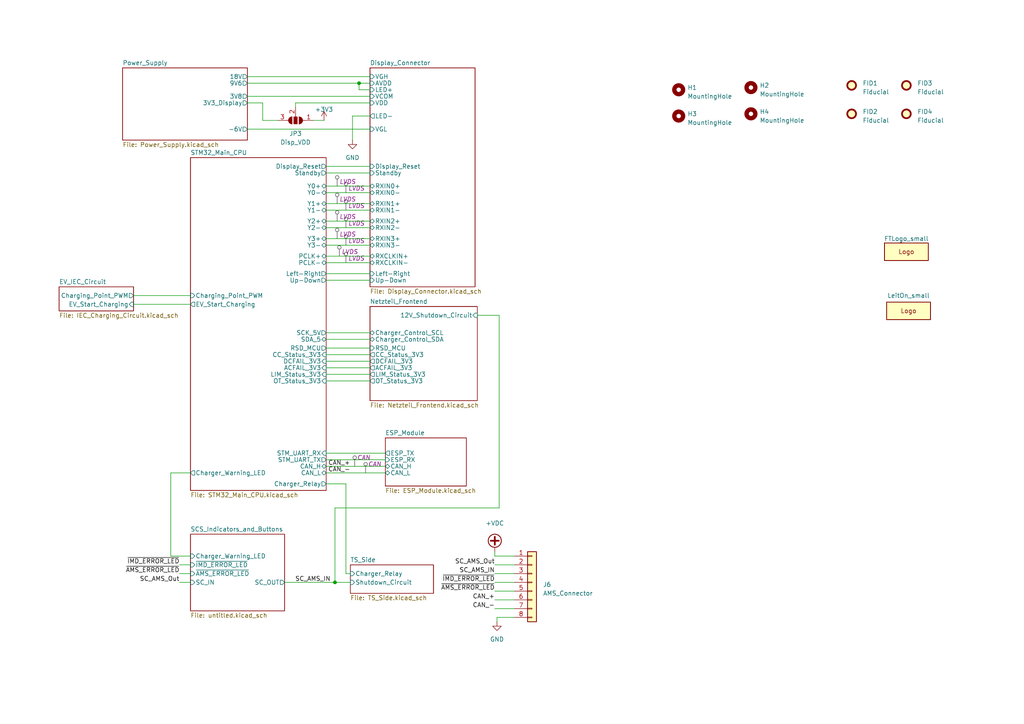
<source format=kicad_sch>
(kicad_sch (version 20231120) (generator "eeschema") (generator_version "8.0")
  (paper "A4")
  (lib_symbols
    (symbol "Connector_Generic:Conn_01x08" (pin_names (offset 1.016) hide)
      (property "Reference" "J" (at 0 10.16 0))
      (property "Value" "Conn_01x08" (at 0 -12.7 0))
      (symbol "Conn_01x08_1_1"
        (rectangle (start -1.27 -10.033) (end 0 -10.287) (stroke (width 0.1524)))
        (rectangle (start -1.27 -7.493) (end 0 -7.747) (stroke (width 0.1524)))
        (rectangle (start -1.27 -4.953) (end 0 -5.207) (stroke (width 0.1524)))
        (rectangle (start -1.27 -2.413) (end 0 -2.667) (stroke (width 0.1524)))
        (rectangle (start -1.27 0.127) (end 0 -0.127) (stroke (width 0.1524)))
        (rectangle (start -1.27 2.667) (end 0 2.413) (stroke (width 0.1524)))
        (rectangle (start -1.27 5.207) (end 0 4.953) (stroke (width 0.1524)))
        (rectangle (start -1.27 7.747) (end 0 7.493) (stroke (width 0.1524)))
        (rectangle (start -1.27 8.89) (end 1.27 -11.43) (stroke (width 0.254)) (fill (type background)))
        (pin passive line (at -5.08 7.62 0) (length 3.81) (name "Pin_1") (number "1"))
        (pin passive line (at -5.08 5.08 0) (length 3.81) (name "Pin_2") (number "2"))
        (pin passive line (at -5.08 2.54 0) (length 3.81) (name "Pin_3") (number "3"))
        (pin passive line (at -5.08 0 0) (length 3.81) (name "Pin_4") (number "4"))
        (pin passive line (at -5.08 -2.54 0) (length 3.81) (name "Pin_5") (number "5"))
        (pin passive line (at -5.08 -5.08 0) (length 3.81) (name "Pin_6") (number "6"))
        (pin passive line (at -5.08 -7.62 0) (length 3.81) (name "Pin_7") (number "7"))
        (pin passive line (at -5.08 -10.16 0) (length 3.81) (name "Pin_8") (number "8"))
      )
    )
    (symbol "FaSTTUBe_logos:FTLogo_small"
      (property "Value" "FTLogo_small" (at 0 -3.81 0))
      (symbol "FTLogo_small_0_0"
        (text "Logo" (at 0 0 0) (effects (font (size 1.27 1.27))))
      )
      (symbol "FTLogo_small_0_1"
        (rectangle (start -6.35 2.54) (end 6.35 -2.54) (stroke (width 0.254)) (fill (type background)))
      )
    )
    (symbol "FaSTTUBe_logos:LeitOn_small"
      (property "Value" "LeitOn_small" (at 0 -3.81 0))
      (symbol "LeitOn_small_0_0"
        (text "Logo" (at 0 0 0) (effects (font (size 1.27 1.27))))
      )
      (symbol "LeitOn_small_0_1"
        (rectangle (start -6.35 2.54) (end 6.35 -2.54) (stroke (width 0.254)) (fill (type background)))
      )
    )
    (symbol "Jumper:SolderJumper_3_Open" (pin_names (offset 0) hide)
      (property "Reference" "JP" (at -2.54 -2.54 0))
      (property "Value" "SolderJumper_3_Open" (at 0 2.794 0))
      (symbol "SolderJumper_3_Open_0_1"
        (arc (start -1.016 1.016) (mid -2.0276 0) (end -1.016 -1.016))
        (arc (start -1.016 1.016) (mid -2.0276 0) (end -1.016 -1.016) (fill (type outline)))
        (rectangle (start -0.508 1.016) (end 0.508 -1.016) (fill (type outline)))
        (polyline (pts (xy -2.54 0) (xy -2.032 0)))
        (polyline (pts (xy -1.016 1.016) (xy -1.016 -1.016)))
        (polyline (pts (xy 0 -1.27) (xy 0 -1.016)))
        (polyline (pts (xy 1.016 1.016) (xy 1.016 -1.016)))
        (polyline (pts (xy 2.54 0) (xy 2.032 0)))
        (arc (start 1.016 -1.016) (mid 2.0276 0) (end 1.016 1.016))
        (arc (start 1.016 -1.016) (mid 2.0276 0) (end 1.016 1.016) (fill (type outline)))
      )
      (symbol "SolderJumper_3_Open_1_1"
        (pin passive line (at -5.08 0 0) (length 2.54) (name "A") (number "1"))
        (pin passive line (at 0 -3.81 90) (length 2.54) (name "C") (number "2"))
        (pin passive line (at 5.08 0 180) (length 2.54) (name "B") (number "3"))
      )
    )
    (symbol "Mechanical:Fiducial"
      (property "Reference" "FID" (at 0 5.08 0))
      (property "Value" "Fiducial" (at 0 3.175 0))
      (symbol "Fiducial_0_1"
        (circle (center 0 0) (radius 1.27) (stroke (width 0.508)) (fill (type background)))
      )
    )
    (symbol "Mechanical:MountingHole" (pin_names (offset 1.016))
      (property "Reference" "H" (at 0 5.08 0))
      (property "Value" "MountingHole" (at 0 3.175 0))
      (symbol "MountingHole_0_1"
        (circle (center 0 0) (radius 1.27) (stroke (width 1.27)))
      )
    )
    (symbol "power:+3V3" (power) (pin_names (offset 0))
      (property "Value" "+3V3" (at 0 3.556 0))
      (symbol "+3V3_0_1"
        (polyline (pts (xy -0.762 1.27) (xy 0 2.54)))
        (polyline (pts (xy 0 0) (xy 0 2.54)))
        (polyline (pts (xy 0 2.54) (xy 0.762 1.27)))
      )
      (symbol "+3V3_1_1"
        (pin power_in line (at 0 0 90) (length 0) hide (name "+3V3") (number "1"))
      )
    )
    (symbol "power:+VDC" (power) (pin_names (offset 0))
      (property "Value" "+VDC" (at 0 6.35 0))
      (symbol "+VDC_0_1"
        (polyline (pts (xy -1.143 3.175) (xy 1.143 3.175)) (stroke (width 0.508)))
        (polyline (pts (xy 0 0) (xy 0 1.27)))
        (polyline (pts (xy 0 2.032) (xy 0 4.318)) (stroke (width 0.508)))
        (circle (center 0 3.175) (radius 1.905) (stroke (width 0.254)))
      )
      (symbol "+VDC_1_1"
        (pin power_in line (at 0 0 90) (length 0) hide (name "+VDC") (number "1"))
      )
    )
    (symbol "power:GND" (power) (pin_names (offset 0))
      (property "Value" "GND" (at 0 -3.81 0))
      (symbol "GND_0_1"
        (polyline (pts (xy 0 0) (xy 0 -1.27) (xy 1.27 -1.27) (xy 0 -2.54) (xy -1.27 -1.27) (xy 0 -1.27)))
      )
      (symbol "GND_1_1"
        (pin power_in line (at 0 0 270) (length 0) hide (name "GND") (number "1"))
      )
    )
  )
  (junction (at 104.14 24.13))
  (junction (at 97.155 168.91))
  (wire (pts (xy 94.615 133.35) (xy 111.76 133.35)))
  (wire (pts (xy 71.755 29.845) (xy 76.2 29.845)))
  (wire (pts (xy 94.615 131.445) (xy 111.76 131.445)))
  (wire (pts (xy 100.33 166.37) (xy 101.6 166.37)))
  (wire (pts (xy 94.615 59.055) (xy 107.315 59.055)))
  (wire (pts (xy 52.07 166.37) (xy 55.245 166.37)))
  (wire (pts (xy 94.615 53.975) (xy 107.315 53.975)))
  (wire (pts (xy 94.615 98.425) (xy 107.315 98.425)))
  (wire (pts (xy 82.55 168.91) (xy 97.155 168.91)))
  (wire (pts (xy 144.145 179.07) (xy 149.225 179.07)))
  (wire (pts (xy 144.78 147.32) (xy 97.155 147.32)))
  (wire (pts (xy 94.615 135.255) (xy 111.76 135.255)))
  (wire (pts (xy 85.725 31.115) (xy 85.725 29.845)))
  (wire (pts (xy 94.615 74.295) (xy 107.315 74.295)))
  (wire (pts (xy 94.615 69.215) (xy 107.315 69.215)))
  (wire (pts (xy 143.51 173.99) (xy 149.225 173.99)))
  (wire (pts (xy 102.235 40.64) (xy 102.235 33.655)))
  (wire (pts (xy 90.805 34.925) (xy 93.98 34.925)))
  (wire (pts (xy 94.615 108.585) (xy 107.315 108.585)))
  (wire (pts (xy 107.315 26.035) (xy 104.14 26.035)))
  (wire (pts (xy 76.2 29.845) (xy 76.2 34.925)))
  (wire (pts (xy 97.155 147.32) (xy 97.155 168.91)))
  (wire (pts (xy 52.07 163.83) (xy 55.245 163.83)))
  (wire (pts (xy 85.725 29.845) (xy 107.315 29.845)))
  (wire (pts (xy 94.615 140.335) (xy 100.33 140.335)))
  (wire (pts (xy 104.14 24.13) (xy 107.315 24.13)))
  (wire (pts (xy 97.155 168.91) (xy 101.6 168.91)))
  (wire (pts (xy 143.51 171.45) (xy 149.225 171.45)))
  (wire (pts (xy 71.755 24.13) (xy 104.14 24.13)))
  (wire (pts (xy 71.755 37.465) (xy 107.315 37.465)))
  (wire (pts (xy 143.51 176.53) (xy 149.225 176.53)))
  (wire (pts (xy 100.33 140.335) (xy 100.33 166.37)))
  (wire (pts (xy 94.615 55.88) (xy 107.315 55.88)))
  (wire (pts (xy 143.51 163.83) (xy 149.225 163.83)))
  (wire (pts (xy 52.07 168.91) (xy 55.245 168.91)))
  (wire (pts (xy 94.615 81.28) (xy 107.315 81.28)))
  (wire (pts (xy 144.78 91.44) (xy 144.78 147.32)))
  (wire (pts (xy 143.51 160.02) (xy 143.51 161.29)))
  (wire (pts (xy 94.615 48.26) (xy 107.315 48.26)))
  (wire (pts (xy 94.615 79.375) (xy 107.315 79.375)))
  (wire (pts (xy 94.615 50.165) (xy 107.315 50.165)))
  (wire (pts (xy 94.615 66.04) (xy 107.315 66.04)))
  (wire (pts (xy 38.735 88.265) (xy 55.245 88.265)))
  (wire (pts (xy 49.53 161.29) (xy 55.245 161.29)))
  (wire (pts (xy 38.735 85.725) (xy 55.245 85.725)))
  (wire (pts (xy 94.615 76.2) (xy 107.315 76.2)))
  (wire (pts (xy 94.615 60.96) (xy 107.315 60.96)))
  (wire (pts (xy 143.51 168.91) (xy 149.225 168.91)))
  (wire (pts (xy 71.755 22.225) (xy 107.315 22.225)))
  (wire (pts (xy 94.615 64.135) (xy 107.315 64.135)))
  (wire (pts (xy 94.615 96.52) (xy 107.315 96.52)))
  (wire (pts (xy 143.51 166.37) (xy 149.225 166.37)))
  (wire (pts (xy 76.2 34.925) (xy 80.645 34.925)))
  (wire (pts (xy 94.615 102.87) (xy 107.315 102.87)))
  (wire (pts (xy 94.615 137.16) (xy 111.76 137.16)))
  (wire (pts (xy 49.53 137.16) (xy 49.53 161.29)))
  (wire (pts (xy 94.615 104.775) (xy 107.315 104.775)))
  (wire (pts (xy 102.235 33.655) (xy 107.315 33.655)))
  (wire (pts (xy 55.245 137.16) (xy 49.53 137.16)))
  (wire (pts (xy 144.145 180.34) (xy 144.145 179.07)))
  (wire (pts (xy 71.755 27.94) (xy 107.315 27.94)))
  (wire (pts (xy 94.615 106.68) (xy 107.315 106.68)))
  (wire (pts (xy 138.43 91.44) (xy 144.78 91.44)))
  (wire (pts (xy 143.51 161.29) (xy 149.225 161.29)))
  (wire (pts (xy 94.615 110.49) (xy 107.315 110.49)))
  (wire (pts (xy 104.14 26.035) (xy 104.14 24.13)))
  (wire (pts (xy 94.615 71.12) (xy 107.315 71.12)))
  (wire (pts (xy 94.615 100.965) (xy 107.315 100.965)))
  (label "CAN_+" (at 101.6 135.255 180))
  (label "~{AMS_ERROR_LED}" (at 143.51 171.45 180))
  (label "CAN_-" (at 101.6 137.16 180))
  (label "~{AMS_ERROR_LED}" (at 52.07 166.37 180))
  (label "SC_AMS_Out" (at 143.51 163.83 180))
  (label "~{IMD_ERROR_LED}" (at 143.51 168.91 180))
  (label "CAN_+" (at 143.51 173.99 180))
  (label "SC_AMS_IN" (at 95.885 168.91 180))
  (label "SC_AMS_Out" (at 52.07 168.91 180))
  (label "SC_AMS_IN" (at 143.51 166.37 180))
  (label "~{IMD_ERROR_LED}" (at 52.07 163.83 180))
  (label "CAN_-" (at 143.51 176.53 180))
  (netclass_flag "" (length 2.54) (shape round) (at 97.79 53.975 0) (property "Netclass" "LVDS" (at 98.425 52.705 0) (effects (font (italic yes)) (justify left))))
  (netclass_flag "" (length 2.54) (shape round) (at 106.045 137.16 0) (property "Netclass" "CAN" (at 106.7435 134.62 0) (effects (font (italic yes)) (justify left))))
  (netclass_flag "" (length 2.54) (shape round) (at 97.79 64.135 0) (property "Netclass" "LVDS" (at 98.425 62.865 0) (effects (font (italic yes)) (justify left))))
  (netclass_flag "" (length 2.54) (shape round) (at 102.87 135.255 0) (property "Netclass" "CAN" (at 103.5685 132.715 0) (effects (font (italic yes)) (justify left))))
  (netclass_flag "" (length 2.54) (shape round) (at 98.425 74.295 0) (property "Netclass" "LVDS" (at 99.06 73.025 0) (effects (font (italic yes)) (justify left))))
  (netclass_flag "" (length 2.54) (shape round) (at 100.33 66.04 0) (property "Netclass" "LVDS" (at 100.965 64.77 0) (effects (font (italic yes)) (justify left))))
  (netclass_flag "" (length 2.54) (shape round) (at 97.79 69.215 0) (property "Netclass" "LVDS" (at 98.425 67.945 0) (effects (font (italic yes)) (justify left))))
  (netclass_flag "" (length 2.54) (shape round) (at 100.33 55.88 0) (property "Netclass" "LVDS" (at 100.965 54.61 0) (effects (font (italic yes)) (justify left))))
  (netclass_flag "" (length 2.54) (shape round) (at 100.33 60.96 0) (property "Netclass" "LVDS" (at 100.965 59.69 0) (effects (font (italic yes)) (justify left))))
  (netclass_flag "" (length 2.54) (shape round) (at 97.79 59.055 0) (property "Netclass" "LVDS" (at 98.425 57.785 0) (effects (font (italic yes)) (justify left))))
  (netclass_flag "" (length 2.54) (shape round) (at 100.33 76.2 0) (property "Netclass" "LVDS" (at 100.965 74.93 0) (effects (font (italic yes)) (justify left))))
  (netclass_flag "" (length 2.54) (shape round) (at 100.33 71.12 0) (property "Netclass" "LVDS" (at 100.965 69.85 0) (effects (font (italic yes)) (justify left))))
  (symbol (lib_id "Mechanical:MountingHole") (at 217.805 33.02 0) (unit 1)
    (property "Reference" "H4" (at 220.345 32.385 0) (effects (justify left)))
    (property "Value" "MountingHole" (at 220.345 34.925 0) (effects (justify left)))
    (property "Footprint" "MountingHole:MountingHole_3.2mm_M3" (effects (hide yes)))
  )
  (symbol (lib_id "Mechanical:Fiducial") (at 247.015 24.765 0) (unit 1)
    (property "Reference" "FID1" (at 250.19 24.13 0) (effects (justify left)))
    (property "Value" "Fiducial" (at 250.19 26.67 0) (effects (justify left)))
    (property "Footprint" "Fiducial:Fiducial_1mm_Mask2mm" (effects (hide yes)))
  )
  (symbol (lib_id "Jumper:SolderJumper_3_Open") (at 85.725 34.925 180) (unit 1)
    (property "Reference" "JP3" (at 85.725 38.735 0))
    (property "Value" "Disp_VDD" (at 85.725 41.275 0))
    (property "Footprint" "Jumper:SolderJumper-3_P1.3mm_Open_RoundedPad1.0x1.5mm" (effects (hide yes)))
  )
  (symbol (lib_id "FaSTTUBe_logos:LeitOn_small") (at 263.525 90.17 0) (unit 1)
    (property "Reference" "#Logo3" (effects (hide yes)))
    (property "Value" "LeitOn_small" (at 263.525 85.725 0))
    (property "Footprint" "FaSTTUBe_logos:LeitOn_small" (effects (hide yes)))
  )
  (symbol (lib_id "Mechanical:MountingHole") (at 196.85 33.655 0) (unit 1)
    (property "Reference" "H3" (at 199.39 33.02 0) (effects (justify left)))
    (property "Value" "MountingHole" (at 199.39 35.56 0) (effects (justify left)))
    (property "Footprint" "MountingHole:MountingHole_3.2mm_M3" (effects (hide yes)))
  )
  (symbol (lib_id "Mechanical:MountingHole") (at 196.85 26.035 0) (unit 1)
    (property "Reference" "H1" (at 199.39 25.4 0) (effects (justify left)))
    (property "Value" "MountingHole" (at 199.39 27.94 0) (effects (justify left)))
    (property "Footprint" "MountingHole:MountingHole_3.2mm_M3" (effects (hide yes)))
  )
  (symbol (lib_id "Mechanical:MountingHole") (at 217.805 25.4 0) (unit 1)
    (property "Reference" "H2" (at 220.345 24.765 0) (effects (justify left)))
    (property "Value" "MountingHole" (at 220.345 27.305 0) (effects (justify left)))
    (property "Footprint" "MountingHole:MountingHole_3.2mm_M3" (effects (hide yes)))
  )
  (symbol (lib_id "Mechanical:Fiducial") (at 262.89 33.02 0) (unit 1)
    (property "Reference" "FID4" (at 266.065 32.385 0) (effects (justify left)))
    (property "Value" "Fiducial" (at 266.065 34.925 0) (effects (justify left)))
    (property "Footprint" "Fiducial:Fiducial_1mm_Mask2mm" (effects (hide yes)))
  )
  (symbol (lib_id "power:+VDC") (at 143.51 160.02 0) (unit 1)
    (property "Reference" "#PWR047" (effects (hide yes)))
    (property "Value" "+VDC" (at 143.51 151.765 0))
  )
  (symbol (lib_id "Connector_Generic:Conn_01x08") (at 154.305 168.91 0) (unit 1)
    (property "Reference" "J6" (at 157.48 169.545 0) (effects (justify left)))
    (property "Value" "AMS_Connector" (at 157.48 172.085 0) (effects (justify left)))
    (property "Footprint" "Connector_JST:JST_XH_S8B-XH-A-1_1x08_P2.50mm_Horizontal" (effects (hide yes)))
  )
  (symbol (lib_id "power:GND") (at 102.235 40.64 0) (unit 1)
    (property "Reference" "#PWR058" (effects (hide yes)))
    (property "Value" "GND" (at 102.235 45.72 0))
  )
  (symbol (lib_id "Mechanical:Fiducial") (at 262.89 24.765 0) (unit 1)
    (property "Reference" "FID3" (at 266.065 24.13 0) (effects (justify left)))
    (property "Value" "Fiducial" (at 266.065 26.67 0) (effects (justify left)))
    (property "Footprint" "Fiducial:Fiducial_1mm_Mask2mm" (effects (hide yes)))
  )
  (symbol (lib_id "power:GND") (at 144.145 180.34 0) (unit 1)
    (property "Reference" "#PWR048" (effects (hide yes)))
    (property "Value" "GND" (at 144.145 185.42 0))
  )
  (symbol (lib_id "power:+3V3") (at 93.98 34.925 0) (unit 1)
    (property "Reference" "#PWR059" (effects (hide yes)))
    (property "Value" "+3V3" (at 93.98 31.75 0))
  )
  (symbol (lib_id "FaSTTUBe_logos:FTLogo_small") (at 262.89 73.025 0) (unit 1)
    (property "Reference" "#Logo2" (effects (hide yes)))
    (property "Value" "FTLogo_small" (at 262.89 69.215 0))
    (property "Footprint" "FaSTTUBe_logos:FTLogo_small" (effects (hide yes)))
  )
  (symbol (lib_id "Mechanical:Fiducial") (at 247.015 33.02 0) (unit 1)
    (property "Reference" "FID2" (at 250.19 32.385 0) (effects (justify left)))
    (property "Value" "Fiducial" (at 250.19 34.925 0) (effects (justify left)))
    (property "Footprint" "Fiducial:Fiducial_1mm_Mask2mm" (effects (hide yes)))
  )
  (sheet (at 17.145 83.185) (size 21.59 6.985) (stroke (width 0.1524))
    (property "Sheetname" "EV_IEC_Circuit" (at 17.145 82.4734 0) (effects (justify left bottom)))
    (property "Sheetfile" "IEC_Charging_Circuit.kicad_sch" (at 17.145 90.7546 0) (effects (justify left top)))
    (pin "EV_Start_Charging" input (at 38.735 88.265 0))
    (pin "Charging_Point_PWM" output (at 38.735 85.725 0))
  )
  (sheet (at 55.245 154.94) (size 27.305 22.225) (stroke (width 0.1524))
    (property "Sheetname" "SCS_Indicators_and_Buttons" (at 55.245 154.2284 0) (effects (justify left bottom)))
    (property "Sheetfile" "untitled.kicad_sch" (at 55.245 177.7496 0) (effects (justify left top)))
    (pin "Charger_Warning_LED" input (at 55.245 161.29 180))
    (pin "~{IMD_ERROR_LED}" input (at 55.245 163.83 180))
    (pin "SC_OUT" output (at 82.55 168.91 0))
    (pin "SC_IN" input (at 55.245 168.91 180))
    (pin "~{AMS_ERROR_LED}" input (at 55.245 166.37 180))
  )
  (sheet (at 35.56 19.685) (size 36.195 20.955) (stroke (width 0.1524))
    (property "Sheetname" "Power_Supply" (at 35.56 18.9734 0) (effects (justify left bottom)))
    (property "Sheetfile" "Power_Supply.kicad_sch" (at 35.56 41.2246 0) (effects (justify left top)))
    (pin "3V8" output (at 71.755 27.94 0))
    (pin "3V3_Display" output (at 71.755 29.845 0))
    (pin "9V6" output (at 71.755 24.13 0))
    (pin "-6V" output (at 71.755 37.465 0))
    (pin "18V" output (at 71.755 22.225 0))
  )
  (sheet (at 107.315 19.685) (size 30.48 63.5) (stroke (width 0.1524))
    (property "Sheetname" "Display_Connector" (at 107.315 18.9734 0) (effects (justify left bottom)))
    (property "Sheetfile" "Display_Connector.kicad_sch" (at 107.315 83.7696 0) (effects (justify left top)))
    (pin "RXIN0-" bidirectional (at 107.315 55.88 180))
    (pin "RXIN0+" bidirectional (at 107.315 53.975 180))
    (pin "Display_Reset" input (at 107.315 48.26 180))
    (pin "VCOM" input (at 107.315 27.94 180))
    (pin "VDD" input (at 107.315 29.845 180))
    (pin "LED-" output (at 107.315 33.655 180))
    (pin "LED+" input (at 107.315 26.035 180))
    (pin "VGH" input (at 107.315 22.225 180))
    (pin "AVDD" input (at 107.315 24.13 180))
    (pin "VGL" input (at 107.315 37.465 180))
    (pin "RXIN2+" bidirectional (at 107.315 64.135 180))
    (pin "RXIN2-" bidirectional (at 107.315 66.04 180))
    (pin "RXIN1+" bidirectional (at 107.315 59.055 180))
    (pin "RXIN3+" bidirectional (at 107.315 69.215 180))
    (pin "RXCLKIN-" bidirectional (at 107.315 76.2 180))
    (pin "RXIN3-" bidirectional (at 107.315 71.12 180))
    (pin "RXCLKIN+" bidirectional (at 107.315 74.295 180))
    (pin "RXIN1-" bidirectional (at 107.315 60.96 180))
    (pin "Standby" input (at 107.315 50.165 180))
    (pin "Left-Right" input (at 107.315 79.375 180))
    (pin "Up-Down" input (at 107.315 81.28 180))
  )
  (sheet (at 111.76 127) (size 23.495 13.97) (stroke (width 0.1524))
    (property "Sheetname" "ESP_Module" (at 111.76 126.2884 0) (effects (justify left bottom)))
    (property "Sheetfile" "ESP_Module.kicad_sch" (at 111.76 141.5546 0) (effects (justify left top)))
    (pin "CAN_L" bidirectional (at 111.76 137.16 180))
    (pin "CAN_H" bidirectional (at 111.76 135.255 180))
    (pin "ESP_TX" output (at 111.76 131.445 180))
    (pin "ESP_RX" input (at 111.76 133.35 180))
  )
  (sheet (at 101.6 163.83) (size 24.13 8.255) (stroke (width 0.1524))
    (property "Sheetname" "TS_Side" (at 101.6 163.1184 0) (effects (justify left bottom)))
    (property "Sheetfile" "TS_Side.kicad_sch" (at 101.6 172.6696 0) (effects (justify left top)))
    (pin "Shutdown_Circuit" input (at 101.6 168.91 180))
    (pin "Charger_Relay" input (at 101.6 166.37 180))
  )
  (sheet (at 55.245 45.72) (size 39.37 96.52) (stroke (width 0.1524))
    (property "Sheetname" "STM32_Main_CPU" (at 55.245 45.0084 0) (effects (justify left bottom)))
    (property "Sheetfile" "STM32_Main_CPU.kicad_sch" (at 55.245 142.8246 0) (effects (justify left top)))
    (pin "RSD_MCU" output (at 94.615 100.965 0))
    (pin "Charging_Point_PWM" input (at 55.245 85.725 180))
    (pin "DCFAIL_3V3" input (at 94.615 104.775 0))
    (pin "EV_Start_Charging" output (at 55.245 88.265 180))
    (pin "LIM_Status_3V3" input (at 94.615 108.585 0))
    (pin "CC_Status_3V3" input (at 94.615 102.87 0))
    (pin "OT_Status_3V3" input (at 94.615 110.49 0))
    (pin "ACFAIL_3V3" input (at 94.615 106.68 0))
    (pin "Y3-" bidirectional (at 94.615 71.12 0))
    (pin "Y3+" bidirectional (at 94.615 69.215 0))
    (pin "CAN_L" bidirectional (at 94.615 137.16 0))
    (pin "CAN_H" bidirectional (at 94.615 135.255 0))
    (pin "Y0-" bidirectional (at 94.615 55.88 0))
    (pin "Y1-" bidirectional (at 94.615 60.96 0))
    (pin "Y0+" bidirectional (at 94.615 53.975 0))
    (pin "Y1+" bidirectional (at 94.615 59.055 0))
    (pin "PCLK-" bidirectional (at 94.615 76.2 0))
    (pin "Y2-" bidirectional (at 94.615 66.04 0))
    (pin "Y2+" bidirectional (at 94.615 64.135 0))
    (pin "PCLK+" bidirectional (at 94.615 74.295 0))
    (pin "STM_UART_TX" output (at 94.615 133.35 0))
    (pin "STM_UART_RX" input (at 94.615 131.445 0))
    (pin "SCK_5V" output (at 94.615 96.52 0))
    (pin "SDA_5" bidirectional (at 94.615 98.425 0))
    (pin "Charger_Warning_LED" output (at 55.245 137.16 180))
    (pin "Display_Reset" output (at 94.615 48.26 0))
    (pin "Standby" output (at 94.615 50.165 0))
    (pin "Left-Right" output (at 94.615 79.375 0))
    (pin "Up-Down" output (at 94.615 81.28 0))
    (pin "Charger_Relay" output (at 94.615 140.335 0))
  )
  (sheet (at 107.315 88.9) (size 31.115 27.305) (stroke (width 0.1524))
    (property "Sheetname" "Netzteil_Frontend" (at 107.315 88.1884 0) (effects (justify left bottom)))
    (property "Sheetfile" "Netzteil_Frontend.kicad_sch" (at 107.315 116.7896 0) (effects (justify left top)))
    (pin "RSD_MCU" input (at 107.315 100.965 180))
    (pin "CC_Status_3V3" output (at 107.315 102.87 180))
    (pin "LIM_Status_3V3" output (at 107.315 108.585 180))
    (pin "OT_Status_3V3" output (at 107.315 110.49 180))
    (pin "DCFAIL_3V3" output (at 107.315 104.775 180))
    (pin "ACFAIL_3V3" output (at 107.315 106.68 180))
    (pin "12V_Shutdown_Circuit" input (at 138.43 91.44 0))
    (pin "Charger_Control_SCL" bidirectional (at 107.315 96.52 180))
    (pin "Charger_Control_SDA" bidirectional (at 107.315 98.425 180))
  )
)
</source>
